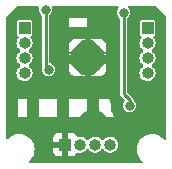
<source format=gbl>
%TF.GenerationSoftware,KiCad,Pcbnew,(6.0.9)*%
%TF.CreationDate,2023-01-19T16:03:38-06:00*%
%TF.ProjectId,LIS3MDL_DRV8833_Board,4c495333-4d44-44c5-9f44-525638383333,rev?*%
%TF.SameCoordinates,Original*%
%TF.FileFunction,Copper,L2,Bot*%
%TF.FilePolarity,Positive*%
%FSLAX46Y46*%
G04 Gerber Fmt 4.6, Leading zero omitted, Abs format (unit mm)*
G04 Created by KiCad (PCBNEW (6.0.9)) date 2023-01-19 16:03:38*
%MOMM*%
%LPD*%
G01*
G04 APERTURE LIST*
%TA.AperFunction,ComponentPad*%
%ADD10R,1.000000X1.000000*%
%TD*%
%TA.AperFunction,ComponentPad*%
%ADD11O,1.000000X1.000000*%
%TD*%
%TA.AperFunction,ComponentPad*%
%ADD12C,0.500000*%
%TD*%
%TA.AperFunction,SMDPad,CuDef*%
%ADD13R,2.100000X2.100000*%
%TD*%
%TA.AperFunction,ViaPad*%
%ADD14C,0.800000*%
%TD*%
%TA.AperFunction,Conductor*%
%ADD15C,0.250000*%
%TD*%
G04 APERTURE END LIST*
D10*
%TO.P,J2,1,Pin_1*%
%TO.N,/AIN1*%
X100838000Y-107734000D03*
D11*
%TO.P,J2,2,Pin_2*%
%TO.N,/AIN2*%
X100838000Y-109004000D03*
%TO.P,J2,3,Pin_3*%
%TO.N,/AOUT1*%
X100838000Y-110274000D03*
%TO.P,J2,4,Pin_4*%
%TO.N,/AOUT2*%
X100838000Y-111544000D03*
%TD*%
D10*
%TO.P,J3,1,Pin_1*%
%TO.N,/BIN1*%
X111252000Y-107734000D03*
D11*
%TO.P,J3,2,Pin_2*%
%TO.N,/BIN2*%
X111252000Y-109004000D03*
%TO.P,J3,3,Pin_3*%
%TO.N,/BOUT1*%
X111252000Y-110274000D03*
%TO.P,J3,4,Pin_4*%
%TO.N,/BOUT2*%
X111252000Y-111544000D03*
%TD*%
D12*
%TO.P,U2,17,GND(PPAD)*%
%TO.N,GND*%
X106972000Y-110236000D03*
X105372000Y-109436000D03*
X105372000Y-110236000D03*
X106172000Y-109436000D03*
X106972000Y-111036000D03*
X106172000Y-110236000D03*
X106172000Y-111036000D03*
X105372000Y-111036000D03*
X106972000Y-109436000D03*
D13*
X106172000Y-110236000D03*
%TD*%
D10*
%TO.P,J1,1,Pin_1*%
%TO.N,GND*%
X104272000Y-117602000D03*
D11*
%TO.P,J1,2,Pin_2*%
%TO.N,/Vin*%
X105542000Y-117602000D03*
%TO.P,J1,3,Pin_3*%
%TO.N,/SDA*%
X106812000Y-117602000D03*
%TO.P,J1,4,Pin_4*%
%TO.N,/SCL*%
X108082000Y-117602000D03*
%TD*%
D14*
%TO.N,GND*%
X109931200Y-115824000D03*
X106650636Y-115996411D03*
%TO.N,/Vin*%
X109728000Y-114300000D03*
X109220000Y-106426000D03*
%TO.N,Net-(R5-Pad2)*%
X102616000Y-106172000D03*
X102870000Y-111252000D03*
%TD*%
D15*
%TO.N,GND*%
X109931200Y-115824000D02*
X106823047Y-115824000D01*
X106823047Y-115824000D02*
X106650636Y-115996411D01*
%TO.N,/Vin*%
X109728000Y-114300000D02*
X109728000Y-113792000D01*
X109728000Y-113792000D02*
X109220000Y-113284000D01*
X109220000Y-113284000D02*
X109220000Y-106426000D01*
%TO.N,Net-(R5-Pad2)*%
X102616000Y-106172000D02*
X102616000Y-110998000D01*
X102616000Y-110998000D02*
X102870000Y-111252000D01*
%TD*%
%TA.AperFunction,Conductor*%
%TO.N,GND*%
G36*
X102010358Y-105859502D02*
G01*
X102056851Y-105913158D01*
X102066955Y-105983432D01*
X102058646Y-106013718D01*
X102055313Y-106021764D01*
X102035534Y-106172000D01*
X102055313Y-106322236D01*
X102113302Y-106462233D01*
X102205549Y-106582451D01*
X102266205Y-106628994D01*
X102308072Y-106686332D01*
X102315500Y-106728956D01*
X102315500Y-110945634D01*
X102315304Y-110948307D01*
X102313575Y-110953342D01*
X102314011Y-110964964D01*
X102314011Y-110964966D01*
X102315411Y-111002255D01*
X102315500Y-111006981D01*
X102315500Y-111025948D01*
X102316382Y-111030683D01*
X102316610Y-111034211D01*
X102317362Y-111054244D01*
X102313158Y-111091582D01*
X102312475Y-111094130D01*
X102309313Y-111101764D01*
X102308235Y-111109952D01*
X102308234Y-111109957D01*
X102291789Y-111234875D01*
X102289534Y-111252000D01*
X102309313Y-111402236D01*
X102367302Y-111542233D01*
X102459549Y-111662451D01*
X102579767Y-111754698D01*
X102719764Y-111812687D01*
X102870000Y-111832466D01*
X102878188Y-111831388D01*
X103012048Y-111813765D01*
X103020236Y-111812687D01*
X103160233Y-111754698D01*
X103280451Y-111662451D01*
X103372698Y-111542233D01*
X103430687Y-111402236D01*
X103450466Y-111252000D01*
X103430687Y-111101764D01*
X103401940Y-111032362D01*
X104609966Y-111032362D01*
X104613400Y-111067387D01*
X104614001Y-111079683D01*
X104614001Y-111330669D01*
X104614371Y-111337490D01*
X104619895Y-111388352D01*
X104623521Y-111403604D01*
X104668676Y-111524054D01*
X104677214Y-111539649D01*
X104753715Y-111641724D01*
X104766276Y-111654285D01*
X104868351Y-111730786D01*
X104883946Y-111739324D01*
X105004394Y-111784478D01*
X105019649Y-111788105D01*
X105070514Y-111793631D01*
X105077328Y-111794000D01*
X105312964Y-111794000D01*
X105329628Y-111795107D01*
X105349043Y-111797697D01*
X105363040Y-111797991D01*
X105401187Y-111794519D01*
X105412607Y-111794000D01*
X105899885Y-111794000D01*
X105915124Y-111789525D01*
X105916329Y-111788135D01*
X105918000Y-111780452D01*
X105918000Y-111775884D01*
X106426000Y-111775884D01*
X106430475Y-111791123D01*
X106431865Y-111792328D01*
X106439548Y-111793999D01*
X106912957Y-111793999D01*
X106929622Y-111795106D01*
X106949044Y-111797698D01*
X106963040Y-111797991D01*
X107001195Y-111794518D01*
X107012615Y-111793999D01*
X107266669Y-111793999D01*
X107273490Y-111793629D01*
X107324352Y-111788105D01*
X107339604Y-111784479D01*
X107460054Y-111739324D01*
X107475649Y-111730786D01*
X107577724Y-111654285D01*
X107590285Y-111641724D01*
X107666786Y-111539649D01*
X107675324Y-111524054D01*
X107720478Y-111403606D01*
X107724105Y-111388351D01*
X107729631Y-111337486D01*
X107730000Y-111330672D01*
X107730000Y-111098124D01*
X107731226Y-111080588D01*
X107733948Y-111061222D01*
X107734554Y-111053338D01*
X107734741Y-111039962D01*
X107734354Y-111032062D01*
X107730785Y-111000240D01*
X107730000Y-110986195D01*
X107730000Y-110508115D01*
X107725525Y-110492876D01*
X107724135Y-110491671D01*
X107716452Y-110490000D01*
X107597668Y-110490000D01*
X107586643Y-110493237D01*
X107589881Y-110500328D01*
X107636458Y-110546905D01*
X107670484Y-110609217D01*
X107665419Y-110680032D01*
X107636458Y-110725095D01*
X106661095Y-111700458D01*
X106598783Y-111734484D01*
X106527968Y-111729419D01*
X106482905Y-111700458D01*
X106438812Y-111656365D01*
X106428723Y-111650856D01*
X106426000Y-111658157D01*
X106426000Y-111775884D01*
X105918000Y-111775884D01*
X105918000Y-111661668D01*
X105914763Y-111650643D01*
X105907672Y-111653881D01*
X105861095Y-111700458D01*
X105798783Y-111734484D01*
X105727968Y-111729419D01*
X105682905Y-111700458D01*
X105019579Y-111037132D01*
X105730751Y-111037132D01*
X105730882Y-111038965D01*
X105735133Y-111045580D01*
X105759188Y-111069635D01*
X105773132Y-111077249D01*
X105774965Y-111077118D01*
X105781580Y-111072867D01*
X105805635Y-111048812D01*
X105812013Y-111037132D01*
X106530751Y-111037132D01*
X106530882Y-111038965D01*
X106535133Y-111045580D01*
X106559188Y-111069635D01*
X106573132Y-111077249D01*
X106574965Y-111077118D01*
X106581580Y-111072867D01*
X106605635Y-111048812D01*
X106613249Y-111034868D01*
X106613118Y-111033035D01*
X106608867Y-111026420D01*
X106584812Y-111002365D01*
X106570868Y-110994751D01*
X106569035Y-110994882D01*
X106562420Y-110999133D01*
X106538365Y-111023188D01*
X106530751Y-111037132D01*
X105812013Y-111037132D01*
X105813249Y-111034868D01*
X105813118Y-111033035D01*
X105808867Y-111026420D01*
X105784812Y-111002365D01*
X105770868Y-110994751D01*
X105769035Y-110994882D01*
X105762420Y-110999133D01*
X105738365Y-111023188D01*
X105730751Y-111037132D01*
X105019579Y-111037132D01*
X104707542Y-110725095D01*
X104673516Y-110662783D01*
X104675351Y-110637132D01*
X105330751Y-110637132D01*
X105330882Y-110638965D01*
X105335133Y-110645580D01*
X105359188Y-110669635D01*
X105373132Y-110677249D01*
X105374965Y-110677118D01*
X105381580Y-110672867D01*
X105405636Y-110648811D01*
X105412013Y-110637132D01*
X106930751Y-110637132D01*
X106930882Y-110638965D01*
X106935133Y-110645580D01*
X106959188Y-110669635D01*
X106973132Y-110677249D01*
X106974965Y-110677118D01*
X106981580Y-110672867D01*
X107005636Y-110648811D01*
X107013249Y-110634868D01*
X107013118Y-110633035D01*
X107008867Y-110626420D01*
X106984812Y-110602365D01*
X106970868Y-110594751D01*
X106969035Y-110594882D01*
X106962420Y-110599133D01*
X106938365Y-110623188D01*
X106930751Y-110637132D01*
X105412013Y-110637132D01*
X105413249Y-110634868D01*
X105413118Y-110633035D01*
X105408867Y-110626420D01*
X105384812Y-110602365D01*
X105370868Y-110594751D01*
X105369035Y-110594882D01*
X105362420Y-110599133D01*
X105338365Y-110623188D01*
X105330751Y-110637132D01*
X104675351Y-110637132D01*
X104678581Y-110591968D01*
X104707542Y-110546905D01*
X104751635Y-110502812D01*
X104757144Y-110492723D01*
X104749843Y-110490000D01*
X104632116Y-110490000D01*
X104616877Y-110494475D01*
X104615672Y-110495865D01*
X104614001Y-110503548D01*
X104614001Y-110980040D01*
X104613007Y-110995833D01*
X104610162Y-111018356D01*
X104609966Y-111032362D01*
X103401940Y-111032362D01*
X103372698Y-110961767D01*
X103280451Y-110841549D01*
X103160233Y-110749302D01*
X103090235Y-110720308D01*
X103027866Y-110694473D01*
X103027863Y-110694472D01*
X103020236Y-110691313D01*
X103012047Y-110690235D01*
X103009890Y-110689657D01*
X102949267Y-110652706D01*
X102918245Y-110588846D01*
X102916500Y-110567950D01*
X102916500Y-109432362D01*
X104609966Y-109432362D01*
X104613399Y-109467378D01*
X104614000Y-109479674D01*
X104614000Y-109963885D01*
X104618475Y-109979124D01*
X104619865Y-109980329D01*
X104627548Y-109982000D01*
X104746332Y-109982000D01*
X104757357Y-109978763D01*
X104754119Y-109971672D01*
X104707542Y-109925095D01*
X104673516Y-109862783D01*
X104675351Y-109837132D01*
X105330751Y-109837132D01*
X105330882Y-109838965D01*
X105335133Y-109845580D01*
X105359188Y-109869635D01*
X105373132Y-109877249D01*
X105374965Y-109877118D01*
X105381580Y-109872867D01*
X105405635Y-109848812D01*
X105412013Y-109837132D01*
X106930751Y-109837132D01*
X106930882Y-109838965D01*
X106935133Y-109845580D01*
X106959188Y-109869635D01*
X106973132Y-109877249D01*
X106974965Y-109877118D01*
X106981580Y-109872867D01*
X107005635Y-109848812D01*
X107013249Y-109834868D01*
X107013118Y-109833035D01*
X107008867Y-109826420D01*
X106984812Y-109802365D01*
X106970868Y-109794751D01*
X106969035Y-109794882D01*
X106962420Y-109799133D01*
X106938365Y-109823188D01*
X106930751Y-109837132D01*
X105412013Y-109837132D01*
X105413249Y-109834868D01*
X105413118Y-109833035D01*
X105408867Y-109826420D01*
X105384812Y-109802365D01*
X105370868Y-109794751D01*
X105369035Y-109794882D01*
X105362420Y-109799133D01*
X105338365Y-109823188D01*
X105330751Y-109837132D01*
X104675351Y-109837132D01*
X104678581Y-109791968D01*
X104707542Y-109746905D01*
X105017315Y-109437132D01*
X105730751Y-109437132D01*
X105730882Y-109438965D01*
X105735133Y-109445580D01*
X105759188Y-109469635D01*
X105773132Y-109477249D01*
X105774965Y-109477118D01*
X105781580Y-109472867D01*
X105805635Y-109448812D01*
X105812013Y-109437132D01*
X106530751Y-109437132D01*
X106530882Y-109438965D01*
X106535133Y-109445580D01*
X106559188Y-109469635D01*
X106573132Y-109477249D01*
X106574965Y-109477118D01*
X106581580Y-109472867D01*
X106605635Y-109448812D01*
X106613249Y-109434868D01*
X106613118Y-109433035D01*
X106608867Y-109426420D01*
X106584812Y-109402365D01*
X106570868Y-109394751D01*
X106569035Y-109394882D01*
X106562420Y-109399133D01*
X106538365Y-109423188D01*
X106530751Y-109437132D01*
X105812013Y-109437132D01*
X105813249Y-109434868D01*
X105813118Y-109433035D01*
X105808867Y-109426420D01*
X105784812Y-109402365D01*
X105770868Y-109394751D01*
X105769035Y-109394882D01*
X105762420Y-109399133D01*
X105738365Y-109423188D01*
X105730751Y-109437132D01*
X105017315Y-109437132D01*
X105682905Y-108771542D01*
X105745217Y-108737516D01*
X105816032Y-108742581D01*
X105861095Y-108771542D01*
X105905188Y-108815635D01*
X105915277Y-108821144D01*
X105918000Y-108813843D01*
X105918000Y-108810332D01*
X106426000Y-108810332D01*
X106429237Y-108821357D01*
X106436328Y-108818119D01*
X106482905Y-108771542D01*
X106545217Y-108737516D01*
X106616032Y-108742581D01*
X106661095Y-108771542D01*
X107636458Y-109746905D01*
X107670484Y-109809217D01*
X107665419Y-109880032D01*
X107636458Y-109925095D01*
X107592365Y-109969188D01*
X107586856Y-109979277D01*
X107594157Y-109982000D01*
X107711884Y-109982000D01*
X107727123Y-109977525D01*
X107728328Y-109976135D01*
X107729999Y-109968452D01*
X107729999Y-109498130D01*
X107731225Y-109480593D01*
X107733948Y-109461219D01*
X107734554Y-109453340D01*
X107734741Y-109439962D01*
X107734354Y-109432062D01*
X107730784Y-109400233D01*
X107729999Y-109386188D01*
X107729999Y-109141331D01*
X107729629Y-109134510D01*
X107724105Y-109083648D01*
X107720479Y-109068396D01*
X107675324Y-108947946D01*
X107666786Y-108932351D01*
X107590285Y-108830276D01*
X107577724Y-108817715D01*
X107475649Y-108741214D01*
X107460054Y-108732676D01*
X107339606Y-108687522D01*
X107324351Y-108683895D01*
X107273486Y-108678369D01*
X107266672Y-108678000D01*
X107024875Y-108678000D01*
X107009957Y-108677114D01*
X106984318Y-108674057D01*
X106970320Y-108673959D01*
X106938437Y-108677310D01*
X106925267Y-108678000D01*
X106444115Y-108678000D01*
X106428876Y-108682475D01*
X106427671Y-108683865D01*
X106426000Y-108691548D01*
X106426000Y-108810332D01*
X105918000Y-108810332D01*
X105918000Y-108696116D01*
X105913525Y-108680877D01*
X105912135Y-108679672D01*
X105904452Y-108678001D01*
X105424883Y-108678001D01*
X105409964Y-108677115D01*
X105384318Y-108674057D01*
X105370321Y-108673959D01*
X105338430Y-108677311D01*
X105325260Y-108678001D01*
X105077331Y-108678001D01*
X105070510Y-108678371D01*
X105019648Y-108683895D01*
X105004396Y-108687521D01*
X104883946Y-108732676D01*
X104868351Y-108741214D01*
X104766276Y-108817715D01*
X104753715Y-108830276D01*
X104677214Y-108932351D01*
X104668676Y-108947946D01*
X104623522Y-109068394D01*
X104619895Y-109083649D01*
X104614369Y-109134514D01*
X104614000Y-109141328D01*
X104614000Y-109380047D01*
X104613007Y-109395839D01*
X104610161Y-109418365D01*
X104609966Y-109432362D01*
X102916500Y-109432362D01*
X102916500Y-107617500D01*
X104567500Y-107617500D01*
X106093500Y-107617500D01*
X106093500Y-106907600D01*
X104567500Y-106907600D01*
X104567500Y-107617500D01*
X102916500Y-107617500D01*
X102916500Y-106728956D01*
X102936502Y-106660835D01*
X102965795Y-106628994D01*
X103026451Y-106582451D01*
X103118698Y-106462233D01*
X103176687Y-106322236D01*
X103196466Y-106172000D01*
X103176687Y-106021764D01*
X103173355Y-106013719D01*
X103173314Y-106013341D01*
X103171389Y-106006156D01*
X103172509Y-106005856D01*
X103165764Y-105943131D01*
X103197542Y-105879644D01*
X103258599Y-105843415D01*
X103289763Y-105839500D01*
X108689134Y-105839500D01*
X108757255Y-105859502D01*
X108803748Y-105913158D01*
X108813852Y-105983432D01*
X108789096Y-106042203D01*
X108717302Y-106135767D01*
X108659313Y-106275764D01*
X108639534Y-106426000D01*
X108659313Y-106576236D01*
X108717302Y-106716233D01*
X108809549Y-106836451D01*
X108870205Y-106882994D01*
X108912072Y-106940332D01*
X108919500Y-106982956D01*
X108919500Y-113231634D01*
X108919304Y-113234307D01*
X108917575Y-113239342D01*
X108918011Y-113250964D01*
X108918011Y-113250966D01*
X108919411Y-113288255D01*
X108919500Y-113292981D01*
X108919500Y-113311948D01*
X108920382Y-113316683D01*
X108920610Y-113320209D01*
X108921774Y-113351208D01*
X108926364Y-113361893D01*
X108927401Y-113366493D01*
X108930962Y-113378214D01*
X108932661Y-113382617D01*
X108934791Y-113394053D01*
X108940895Y-113403955D01*
X108947727Y-113415039D01*
X108956231Y-113431411D01*
X108962451Y-113445888D01*
X108962453Y-113445892D01*
X108965964Y-113454063D01*
X108969978Y-113458949D01*
X108972163Y-113461134D01*
X108974215Y-113463397D01*
X108974055Y-113463542D01*
X108981175Y-113472549D01*
X108987427Y-113479444D01*
X108993532Y-113489348D01*
X109015320Y-113505916D01*
X109028139Y-113517110D01*
X109275464Y-113764435D01*
X109309490Y-113826747D01*
X109304425Y-113897562D01*
X109286335Y-113930227D01*
X109225302Y-114009767D01*
X109167313Y-114149764D01*
X109147534Y-114300000D01*
X109167313Y-114450236D01*
X109225302Y-114590233D01*
X109317549Y-114710451D01*
X109437767Y-114802698D01*
X109577764Y-114860687D01*
X109728000Y-114880466D01*
X109736188Y-114879388D01*
X109870048Y-114861765D01*
X109878236Y-114860687D01*
X110018233Y-114802698D01*
X110138451Y-114710451D01*
X110230698Y-114590233D01*
X110288687Y-114450236D01*
X110308466Y-114300000D01*
X110288687Y-114149764D01*
X110230698Y-114009767D01*
X110138451Y-113889549D01*
X110121625Y-113876638D01*
X110076250Y-113841820D01*
X110034383Y-113784482D01*
X110027043Y-113746584D01*
X110026676Y-113736805D01*
X110026225Y-113724791D01*
X110021632Y-113714100D01*
X110020593Y-113709491D01*
X110017035Y-113697780D01*
X110015339Y-113693384D01*
X110013209Y-113681947D01*
X110000273Y-113660961D01*
X109991762Y-113644576D01*
X109985549Y-113630113D01*
X109985548Y-113630111D01*
X109982036Y-113621937D01*
X109978022Y-113617051D01*
X109975842Y-113614871D01*
X109973785Y-113612603D01*
X109973945Y-113612458D01*
X109966825Y-113603451D01*
X109960573Y-113596556D01*
X109954468Y-113586652D01*
X109932680Y-113570084D01*
X109919861Y-113558890D01*
X109557405Y-113196434D01*
X109523379Y-113134122D01*
X109520500Y-113107339D01*
X109520500Y-111536874D01*
X110571576Y-111536874D01*
X110589518Y-111699384D01*
X110592127Y-111706515D01*
X110592128Y-111706517D01*
X110630981Y-111812687D01*
X110645705Y-111852923D01*
X110649941Y-111859226D01*
X110649941Y-111859227D01*
X110732660Y-111982327D01*
X110732663Y-111982330D01*
X110736894Y-111988627D01*
X110857822Y-112098663D01*
X110886410Y-112114185D01*
X110994829Y-112173052D01*
X110994831Y-112173053D01*
X111001506Y-112176677D01*
X111008855Y-112178605D01*
X111152301Y-112216237D01*
X111152303Y-112216237D01*
X111159651Y-112218165D01*
X111242932Y-112219473D01*
X111315529Y-112220614D01*
X111315532Y-112220614D01*
X111323128Y-112220733D01*
X111330533Y-112219037D01*
X111330534Y-112219037D01*
X111475097Y-112185928D01*
X111482498Y-112184233D01*
X111628561Y-112110770D01*
X111752885Y-112004588D01*
X111764355Y-111988627D01*
X111843861Y-111877983D01*
X111843862Y-111877982D01*
X111848293Y-111871815D01*
X111909275Y-111720116D01*
X111932312Y-111558250D01*
X111932461Y-111544000D01*
X111931935Y-111539649D01*
X111915471Y-111403604D01*
X111912819Y-111381687D01*
X111855027Y-111228745D01*
X111773386Y-111109957D01*
X111766723Y-111100262D01*
X111766722Y-111100261D01*
X111762421Y-111094003D01*
X111756450Y-111088683D01*
X111659632Y-111002421D01*
X111622076Y-110942171D01*
X111623056Y-110871181D01*
X111661619Y-110812536D01*
X111752885Y-110734588D01*
X111759707Y-110725095D01*
X111843861Y-110607983D01*
X111843862Y-110607982D01*
X111848293Y-110601815D01*
X111909275Y-110450116D01*
X111932312Y-110288250D01*
X111932461Y-110274000D01*
X111930688Y-110259343D01*
X111913731Y-110119227D01*
X111912819Y-110111687D01*
X111855027Y-109958745D01*
X111798926Y-109877118D01*
X111766723Y-109830262D01*
X111766722Y-109830261D01*
X111762421Y-109824003D01*
X111756450Y-109818683D01*
X111659632Y-109732421D01*
X111622076Y-109672171D01*
X111623056Y-109601181D01*
X111661619Y-109542536D01*
X111752885Y-109464588D01*
X111764222Y-109448812D01*
X111843861Y-109337983D01*
X111843862Y-109337982D01*
X111848293Y-109331815D01*
X111909275Y-109180116D01*
X111932312Y-109018250D01*
X111932461Y-109004000D01*
X111930688Y-108989343D01*
X111913731Y-108849227D01*
X111912819Y-108841687D01*
X111855027Y-108688745D01*
X111779261Y-108578505D01*
X111757161Y-108511036D01*
X111775046Y-108442329D01*
X111820938Y-108400007D01*
X111820477Y-108399317D01*
X111878528Y-108360528D01*
X111917317Y-108302477D01*
X111927500Y-108251284D01*
X111927500Y-107216716D01*
X111917317Y-107165523D01*
X111878528Y-107107472D01*
X111820477Y-107068683D01*
X111769284Y-107058500D01*
X110734716Y-107058500D01*
X110683523Y-107068683D01*
X110625472Y-107107472D01*
X110586683Y-107165523D01*
X110576500Y-107216716D01*
X110576500Y-108251284D01*
X110586683Y-108302477D01*
X110625472Y-108360528D01*
X110635785Y-108367419D01*
X110683523Y-108399317D01*
X110682291Y-108401160D01*
X110724873Y-108435476D01*
X110747293Y-108502840D01*
X110729734Y-108571631D01*
X110724459Y-108579786D01*
X110656679Y-108676226D01*
X110656676Y-108676231D01*
X110652307Y-108682448D01*
X110592917Y-108834776D01*
X110591926Y-108842303D01*
X110578018Y-108947946D01*
X110571576Y-108996874D01*
X110579472Y-109068394D01*
X110587525Y-109141331D01*
X110589518Y-109159384D01*
X110592127Y-109166515D01*
X110592128Y-109166517D01*
X110597105Y-109180116D01*
X110645705Y-109312923D01*
X110649941Y-109319226D01*
X110649941Y-109319227D01*
X110732660Y-109442327D01*
X110732663Y-109442330D01*
X110736894Y-109448627D01*
X110742507Y-109453735D01*
X110742511Y-109453739D01*
X110844538Y-109546576D01*
X110881461Y-109607216D01*
X110879738Y-109678192D01*
X110842570Y-109734718D01*
X110746319Y-109818683D01*
X110652307Y-109952448D01*
X110592917Y-110104776D01*
X110571576Y-110266874D01*
X110589518Y-110429384D01*
X110592127Y-110436515D01*
X110592128Y-110436517D01*
X110640226Y-110567950D01*
X110645705Y-110582923D01*
X110649941Y-110589226D01*
X110649941Y-110589227D01*
X110732660Y-110712327D01*
X110732663Y-110712330D01*
X110736894Y-110718627D01*
X110742507Y-110723735D01*
X110742511Y-110723739D01*
X110844538Y-110816576D01*
X110881461Y-110877216D01*
X110879738Y-110948192D01*
X110842570Y-111004718D01*
X110746319Y-111088683D01*
X110652307Y-111222448D01*
X110592917Y-111374776D01*
X110591926Y-111382303D01*
X110573264Y-111524054D01*
X110571576Y-111536874D01*
X109520500Y-111536874D01*
X109520500Y-106982956D01*
X109540502Y-106914835D01*
X109569795Y-106882994D01*
X109630451Y-106836451D01*
X109722698Y-106716233D01*
X109780687Y-106576236D01*
X109800466Y-106426000D01*
X109780687Y-106275764D01*
X109722698Y-106135767D01*
X109650904Y-106042203D01*
X109625303Y-105975984D01*
X109639567Y-105906435D01*
X109689169Y-105855639D01*
X109750866Y-105839500D01*
X111725761Y-105839500D01*
X111737373Y-105840818D01*
X111745856Y-105840833D01*
X111759686Y-105844013D01*
X111773041Y-105840992D01*
X111781191Y-105841354D01*
X111850973Y-105847459D01*
X111917090Y-105873323D01*
X111929085Y-105883885D01*
X112810115Y-106764915D01*
X112844141Y-106827227D01*
X112846540Y-106843024D01*
X112852680Y-106913206D01*
X112852997Y-106920597D01*
X112849987Y-106933686D01*
X112853118Y-106947525D01*
X112853105Y-106955225D01*
X112854500Y-106967707D01*
X112854500Y-117061124D01*
X112834498Y-117129245D01*
X112780842Y-117175738D01*
X112710568Y-117185842D01*
X112645988Y-117156348D01*
X112639405Y-117150219D01*
X112497539Y-117008353D01*
X112311134Y-116877832D01*
X112306156Y-116875511D01*
X112306153Y-116875509D01*
X112109878Y-116783984D01*
X112109876Y-116783983D01*
X112104896Y-116781661D01*
X112099588Y-116780239D01*
X112099586Y-116780238D01*
X111890407Y-116724189D01*
X111890405Y-116724189D01*
X111885092Y-116722765D01*
X111786098Y-116714104D01*
X111717908Y-116708138D01*
X111717901Y-116708138D01*
X111715184Y-116707900D01*
X111601616Y-116707900D01*
X111598899Y-116708138D01*
X111598892Y-116708138D01*
X111530702Y-116714104D01*
X111431708Y-116722765D01*
X111426395Y-116724189D01*
X111426393Y-116724189D01*
X111217214Y-116780238D01*
X111217212Y-116780239D01*
X111211904Y-116781661D01*
X111206924Y-116783983D01*
X111206922Y-116783984D01*
X111010647Y-116875509D01*
X111010644Y-116875511D01*
X111005666Y-116877832D01*
X110819261Y-117008353D01*
X110658353Y-117169261D01*
X110527832Y-117355666D01*
X110525511Y-117360644D01*
X110525509Y-117360647D01*
X110513100Y-117387259D01*
X110431661Y-117561904D01*
X110430239Y-117567212D01*
X110430238Y-117567214D01*
X110375742Y-117770597D01*
X110372765Y-117781708D01*
X110352932Y-118008400D01*
X110372765Y-118235092D01*
X110374189Y-118240405D01*
X110374189Y-118240407D01*
X110384459Y-118278733D01*
X110431661Y-118454896D01*
X110433983Y-118459876D01*
X110433984Y-118459878D01*
X110503988Y-118610000D01*
X110527832Y-118661134D01*
X110658353Y-118847539D01*
X110800219Y-118989405D01*
X110834245Y-119051717D01*
X110829180Y-119122532D01*
X110786633Y-119179368D01*
X110720113Y-119204179D01*
X110711124Y-119204500D01*
X101328076Y-119204500D01*
X101259955Y-119184498D01*
X101213462Y-119130842D01*
X101203358Y-119060568D01*
X101232852Y-118995988D01*
X101238981Y-118989405D01*
X101380847Y-118847539D01*
X101511368Y-118661134D01*
X101535213Y-118610000D01*
X101605216Y-118459878D01*
X101605217Y-118459876D01*
X101607539Y-118454896D01*
X101654742Y-118278733D01*
X101665011Y-118240407D01*
X101665011Y-118240405D01*
X101666435Y-118235092D01*
X101674171Y-118146669D01*
X103264001Y-118146669D01*
X103264371Y-118153490D01*
X103269895Y-118204352D01*
X103273521Y-118219604D01*
X103318676Y-118340054D01*
X103327214Y-118355649D01*
X103403715Y-118457724D01*
X103416276Y-118470285D01*
X103518351Y-118546786D01*
X103533946Y-118555324D01*
X103654394Y-118600478D01*
X103669649Y-118604105D01*
X103720514Y-118609631D01*
X103727328Y-118610000D01*
X103999885Y-118610000D01*
X104015124Y-118605525D01*
X104016329Y-118604135D01*
X104018000Y-118596452D01*
X104018000Y-118591884D01*
X104526000Y-118591884D01*
X104530475Y-118607123D01*
X104531865Y-118608328D01*
X104539548Y-118609999D01*
X104816669Y-118609999D01*
X104823490Y-118609629D01*
X104874352Y-118604105D01*
X104889604Y-118600479D01*
X105010054Y-118555324D01*
X105025649Y-118546786D01*
X105127724Y-118470285D01*
X105140285Y-118457724D01*
X105216786Y-118355649D01*
X105225325Y-118340052D01*
X105227288Y-118334816D01*
X105269929Y-118278051D01*
X105336491Y-118253351D01*
X105377240Y-118257169D01*
X105449651Y-118276165D01*
X105532932Y-118277473D01*
X105605529Y-118278614D01*
X105605532Y-118278614D01*
X105613128Y-118278733D01*
X105620533Y-118277037D01*
X105620534Y-118277037D01*
X105765097Y-118243928D01*
X105772498Y-118242233D01*
X105918561Y-118168770D01*
X106042885Y-118062588D01*
X106050684Y-118051735D01*
X106073898Y-118019430D01*
X106129892Y-117975782D01*
X106200596Y-117969336D01*
X106263560Y-118002139D01*
X106280801Y-118022679D01*
X106292659Y-118040325D01*
X106296894Y-118046627D01*
X106417822Y-118156663D01*
X106446410Y-118172185D01*
X106554829Y-118231052D01*
X106554831Y-118231053D01*
X106561506Y-118234677D01*
X106568855Y-118236605D01*
X106712301Y-118274237D01*
X106712303Y-118274237D01*
X106719651Y-118276165D01*
X106802932Y-118277473D01*
X106875529Y-118278614D01*
X106875532Y-118278614D01*
X106883128Y-118278733D01*
X106890533Y-118277037D01*
X106890534Y-118277037D01*
X107035097Y-118243928D01*
X107042498Y-118242233D01*
X107188561Y-118168770D01*
X107312885Y-118062588D01*
X107320684Y-118051735D01*
X107343898Y-118019430D01*
X107399892Y-117975782D01*
X107470596Y-117969336D01*
X107533560Y-118002139D01*
X107550801Y-118022679D01*
X107562659Y-118040325D01*
X107566894Y-118046627D01*
X107687822Y-118156663D01*
X107716410Y-118172185D01*
X107824829Y-118231052D01*
X107824831Y-118231053D01*
X107831506Y-118234677D01*
X107838855Y-118236605D01*
X107982301Y-118274237D01*
X107982303Y-118274237D01*
X107989651Y-118276165D01*
X108072932Y-118277473D01*
X108145529Y-118278614D01*
X108145532Y-118278614D01*
X108153128Y-118278733D01*
X108160533Y-118277037D01*
X108160534Y-118277037D01*
X108305097Y-118243928D01*
X108312498Y-118242233D01*
X108458561Y-118168770D01*
X108582885Y-118062588D01*
X108594355Y-118046627D01*
X108673861Y-117935983D01*
X108673862Y-117935982D01*
X108678293Y-117929815D01*
X108739275Y-117778116D01*
X108762312Y-117616250D01*
X108762461Y-117602000D01*
X108758252Y-117567214D01*
X108754465Y-117535925D01*
X108742819Y-117439687D01*
X108685027Y-117286745D01*
X108592421Y-117152003D01*
X108470348Y-117043240D01*
X108463638Y-117039687D01*
X108332566Y-116970288D01*
X108332564Y-116970287D01*
X108325855Y-116966735D01*
X108249054Y-116947444D01*
X108174655Y-116928756D01*
X108174651Y-116928756D01*
X108167284Y-116926905D01*
X108159685Y-116926865D01*
X108159683Y-116926865D01*
X108091653Y-116926509D01*
X108003790Y-116926049D01*
X107996410Y-116927821D01*
X107996408Y-116927821D01*
X107852189Y-116962444D01*
X107852185Y-116962445D01*
X107844810Y-116964216D01*
X107699524Y-117039204D01*
X107693802Y-117044196D01*
X107693800Y-117044197D01*
X107582044Y-117141688D01*
X107582041Y-117141691D01*
X107576319Y-117146683D01*
X107571952Y-117152896D01*
X107571948Y-117152901D01*
X107550346Y-117183638D01*
X107494812Y-117227870D01*
X107424180Y-117235056D01*
X107360875Y-117202915D01*
X107343422Y-117182559D01*
X107322421Y-117152003D01*
X107200348Y-117043240D01*
X107193638Y-117039687D01*
X107062566Y-116970288D01*
X107062564Y-116970287D01*
X107055855Y-116966735D01*
X106979054Y-116947444D01*
X106904655Y-116928756D01*
X106904651Y-116928756D01*
X106897284Y-116926905D01*
X106889685Y-116926865D01*
X106889683Y-116926865D01*
X106821653Y-116926509D01*
X106733790Y-116926049D01*
X106726410Y-116927821D01*
X106726408Y-116927821D01*
X106582189Y-116962444D01*
X106582185Y-116962445D01*
X106574810Y-116964216D01*
X106429524Y-117039204D01*
X106423802Y-117044196D01*
X106423800Y-117044197D01*
X106312044Y-117141688D01*
X106312041Y-117141691D01*
X106306319Y-117146683D01*
X106301952Y-117152896D01*
X106301948Y-117152901D01*
X106280346Y-117183638D01*
X106224812Y-117227870D01*
X106154180Y-117235056D01*
X106090875Y-117202915D01*
X106073422Y-117182559D01*
X106052421Y-117152003D01*
X105930348Y-117043240D01*
X105923638Y-117039687D01*
X105792566Y-116970288D01*
X105792564Y-116970287D01*
X105785855Y-116966735D01*
X105709054Y-116947444D01*
X105634655Y-116928756D01*
X105634651Y-116928756D01*
X105627284Y-116926905D01*
X105619685Y-116926865D01*
X105619683Y-116926865D01*
X105551653Y-116926509D01*
X105463790Y-116926049D01*
X105456410Y-116927821D01*
X105456408Y-116927821D01*
X105374672Y-116947444D01*
X105303764Y-116943897D01*
X105246030Y-116902577D01*
X105227275Y-116869151D01*
X105225322Y-116863941D01*
X105216790Y-116848356D01*
X105140285Y-116746276D01*
X105127724Y-116733715D01*
X105025649Y-116657214D01*
X105010054Y-116648676D01*
X104889606Y-116603522D01*
X104874351Y-116599895D01*
X104823486Y-116594369D01*
X104816672Y-116594000D01*
X104544115Y-116594000D01*
X104528876Y-116598475D01*
X104527671Y-116599865D01*
X104526000Y-116607548D01*
X104526000Y-118591884D01*
X104018000Y-118591884D01*
X104018000Y-117874115D01*
X104013525Y-117858876D01*
X104012135Y-117857671D01*
X104004452Y-117856000D01*
X103282116Y-117856000D01*
X103266877Y-117860475D01*
X103265672Y-117861865D01*
X103264001Y-117869548D01*
X103264001Y-118146669D01*
X101674171Y-118146669D01*
X101686268Y-118008400D01*
X101666435Y-117781708D01*
X101663458Y-117770597D01*
X101608962Y-117567214D01*
X101608961Y-117567212D01*
X101607539Y-117561904D01*
X101526100Y-117387259D01*
X101513691Y-117360647D01*
X101513689Y-117360644D01*
X101511368Y-117355666D01*
X101493316Y-117329885D01*
X103264000Y-117329885D01*
X103268475Y-117345124D01*
X103269865Y-117346329D01*
X103277548Y-117348000D01*
X103999885Y-117348000D01*
X104015124Y-117343525D01*
X104016329Y-117342135D01*
X104018000Y-117334452D01*
X104018000Y-116612116D01*
X104013525Y-116596877D01*
X104012135Y-116595672D01*
X104004452Y-116594001D01*
X103727331Y-116594001D01*
X103720510Y-116594371D01*
X103669648Y-116599895D01*
X103654396Y-116603521D01*
X103533946Y-116648676D01*
X103518351Y-116657214D01*
X103416276Y-116733715D01*
X103403715Y-116746276D01*
X103327214Y-116848351D01*
X103318676Y-116863946D01*
X103273522Y-116984394D01*
X103269895Y-116999649D01*
X103264369Y-117050514D01*
X103264000Y-117057328D01*
X103264000Y-117329885D01*
X101493316Y-117329885D01*
X101380847Y-117169261D01*
X101219939Y-117008353D01*
X101033534Y-116877832D01*
X101028556Y-116875511D01*
X101028553Y-116875509D01*
X100832278Y-116783984D01*
X100832276Y-116783983D01*
X100827296Y-116781661D01*
X100821988Y-116780239D01*
X100821986Y-116780238D01*
X100612807Y-116724189D01*
X100612805Y-116724189D01*
X100607492Y-116722765D01*
X100508498Y-116714104D01*
X100440308Y-116708138D01*
X100440301Y-116708138D01*
X100437584Y-116707900D01*
X100324016Y-116707900D01*
X100321299Y-116708138D01*
X100321292Y-116708138D01*
X100253102Y-116714104D01*
X100154108Y-116722765D01*
X100148795Y-116724189D01*
X100148793Y-116724189D01*
X99939614Y-116780238D01*
X99939612Y-116780239D01*
X99934304Y-116781661D01*
X99929324Y-116783983D01*
X99929322Y-116783984D01*
X99733047Y-116875509D01*
X99733044Y-116875511D01*
X99728066Y-116877832D01*
X99541661Y-117008353D01*
X99450595Y-117099419D01*
X99388283Y-117133445D01*
X99317468Y-117128380D01*
X99260632Y-117085833D01*
X99235821Y-117019313D01*
X99235500Y-117010324D01*
X99235500Y-115237500D01*
X100303600Y-115237500D01*
X101013500Y-115237500D01*
X102027500Y-115237500D01*
X103553500Y-115237500D01*
X104567500Y-115237500D01*
X105543752Y-115237500D01*
X105612355Y-115139525D01*
X105626473Y-115122701D01*
X105776926Y-114972248D01*
X105793750Y-114958130D01*
X105968043Y-114836088D01*
X105987065Y-114825106D01*
X106093500Y-114775475D01*
X106093500Y-114730136D01*
X107107500Y-114730136D01*
X107121370Y-114735185D01*
X107314208Y-114825106D01*
X107333230Y-114836088D01*
X107507522Y-114958130D01*
X107524346Y-114972248D01*
X107674799Y-115122701D01*
X107688917Y-115139525D01*
X107757520Y-115237500D01*
X108443849Y-115237500D01*
X108420844Y-115207519D01*
X108416041Y-115200817D01*
X108360670Y-115117949D01*
X108356317Y-115110949D01*
X108339870Y-115082463D01*
X108335983Y-115075191D01*
X108291892Y-114985787D01*
X108288488Y-114978275D01*
X108230499Y-114838278D01*
X108227595Y-114830561D01*
X108195554Y-114736169D01*
X108193160Y-114728278D01*
X108184647Y-114696506D01*
X108182775Y-114688477D01*
X108163331Y-114590724D01*
X108161988Y-114582589D01*
X108142209Y-114432353D01*
X108141401Y-114424148D01*
X108134882Y-114324687D01*
X108134612Y-114316446D01*
X108134612Y-114283554D01*
X108134882Y-114275313D01*
X108141401Y-114175852D01*
X108142209Y-114167647D01*
X108156210Y-114061296D01*
X108114942Y-114003152D01*
X108110061Y-113995734D01*
X108091653Y-113965490D01*
X108087307Y-113957748D01*
X108038110Y-113862385D01*
X108034321Y-113854358D01*
X108027194Y-113837770D01*
X108003737Y-113790464D01*
X107999070Y-113779850D01*
X107982460Y-113736805D01*
X107978788Y-113725807D01*
X107974733Y-113711500D01*
X107107500Y-113711500D01*
X107107500Y-114730136D01*
X106093500Y-114730136D01*
X106093500Y-113711500D01*
X104567500Y-113711500D01*
X104567500Y-115237500D01*
X103553500Y-115237500D01*
X103553500Y-113711500D01*
X102027500Y-113711500D01*
X102027500Y-115237500D01*
X101013500Y-115237500D01*
X101013500Y-113711500D01*
X100303600Y-113711500D01*
X100303600Y-115237500D01*
X99235500Y-115237500D01*
X99235500Y-111536874D01*
X100157576Y-111536874D01*
X100175518Y-111699384D01*
X100178127Y-111706515D01*
X100178128Y-111706517D01*
X100216981Y-111812687D01*
X100231705Y-111852923D01*
X100235941Y-111859226D01*
X100235941Y-111859227D01*
X100318660Y-111982327D01*
X100318663Y-111982330D01*
X100322894Y-111988627D01*
X100443822Y-112098663D01*
X100472410Y-112114185D01*
X100580829Y-112173052D01*
X100580831Y-112173053D01*
X100587506Y-112176677D01*
X100594855Y-112178605D01*
X100738301Y-112216237D01*
X100738303Y-112216237D01*
X100745651Y-112218165D01*
X100828932Y-112219473D01*
X100901529Y-112220614D01*
X100901532Y-112220614D01*
X100909128Y-112220733D01*
X100916533Y-112219037D01*
X100916534Y-112219037D01*
X101061097Y-112185928D01*
X101068498Y-112184233D01*
X101214561Y-112110770D01*
X101338885Y-112004588D01*
X101350355Y-111988627D01*
X101429861Y-111877983D01*
X101429862Y-111877982D01*
X101434293Y-111871815D01*
X101495275Y-111720116D01*
X101518312Y-111558250D01*
X101518461Y-111544000D01*
X101517935Y-111539649D01*
X101501471Y-111403604D01*
X101498819Y-111381687D01*
X101441027Y-111228745D01*
X101359386Y-111109957D01*
X101352723Y-111100262D01*
X101352722Y-111100261D01*
X101348421Y-111094003D01*
X101342450Y-111088683D01*
X101245632Y-111002421D01*
X101208076Y-110942171D01*
X101209056Y-110871181D01*
X101247619Y-110812536D01*
X101338885Y-110734588D01*
X101345707Y-110725095D01*
X101429861Y-110607983D01*
X101429862Y-110607982D01*
X101434293Y-110601815D01*
X101495275Y-110450116D01*
X101518312Y-110288250D01*
X101518461Y-110274000D01*
X101516688Y-110259343D01*
X101499731Y-110119227D01*
X101498819Y-110111687D01*
X101441027Y-109958745D01*
X101384926Y-109877118D01*
X101352723Y-109830262D01*
X101352722Y-109830261D01*
X101348421Y-109824003D01*
X101342450Y-109818683D01*
X101245632Y-109732421D01*
X101208076Y-109672171D01*
X101209056Y-109601181D01*
X101247619Y-109542536D01*
X101338885Y-109464588D01*
X101350222Y-109448812D01*
X101429861Y-109337983D01*
X101429862Y-109337982D01*
X101434293Y-109331815D01*
X101495275Y-109180116D01*
X101518312Y-109018250D01*
X101518461Y-109004000D01*
X101516688Y-108989343D01*
X101499731Y-108849227D01*
X101498819Y-108841687D01*
X101441027Y-108688745D01*
X101365261Y-108578505D01*
X101343161Y-108511036D01*
X101361046Y-108442329D01*
X101406938Y-108400007D01*
X101406477Y-108399317D01*
X101464528Y-108360528D01*
X101503317Y-108302477D01*
X101513500Y-108251284D01*
X101513500Y-107216716D01*
X101503317Y-107165523D01*
X101464528Y-107107472D01*
X101406477Y-107068683D01*
X101355284Y-107058500D01*
X100320716Y-107058500D01*
X100269523Y-107068683D01*
X100211472Y-107107472D01*
X100172683Y-107165523D01*
X100162500Y-107216716D01*
X100162500Y-108251284D01*
X100172683Y-108302477D01*
X100211472Y-108360528D01*
X100221785Y-108367419D01*
X100269523Y-108399317D01*
X100268291Y-108401160D01*
X100310873Y-108435476D01*
X100333293Y-108502840D01*
X100315734Y-108571631D01*
X100310459Y-108579786D01*
X100242679Y-108676226D01*
X100242676Y-108676231D01*
X100238307Y-108682448D01*
X100178917Y-108834776D01*
X100177926Y-108842303D01*
X100164018Y-108947946D01*
X100157576Y-108996874D01*
X100165472Y-109068394D01*
X100173525Y-109141331D01*
X100175518Y-109159384D01*
X100178127Y-109166515D01*
X100178128Y-109166517D01*
X100183105Y-109180116D01*
X100231705Y-109312923D01*
X100235941Y-109319226D01*
X100235941Y-109319227D01*
X100318660Y-109442327D01*
X100318663Y-109442330D01*
X100322894Y-109448627D01*
X100328507Y-109453735D01*
X100328511Y-109453739D01*
X100430538Y-109546576D01*
X100467461Y-109607216D01*
X100465738Y-109678192D01*
X100428570Y-109734718D01*
X100332319Y-109818683D01*
X100238307Y-109952448D01*
X100178917Y-110104776D01*
X100157576Y-110266874D01*
X100175518Y-110429384D01*
X100178127Y-110436515D01*
X100178128Y-110436517D01*
X100226226Y-110567950D01*
X100231705Y-110582923D01*
X100235941Y-110589226D01*
X100235941Y-110589227D01*
X100318660Y-110712327D01*
X100318663Y-110712330D01*
X100322894Y-110718627D01*
X100328507Y-110723735D01*
X100328511Y-110723739D01*
X100430538Y-110816576D01*
X100467461Y-110877216D01*
X100465738Y-110948192D01*
X100428570Y-111004718D01*
X100332319Y-111088683D01*
X100238307Y-111222448D01*
X100178917Y-111374776D01*
X100177926Y-111382303D01*
X100159264Y-111524054D01*
X100157576Y-111536874D01*
X99235500Y-111536874D01*
X99235500Y-106968506D01*
X99237768Y-106948682D01*
X99237586Y-106948661D01*
X99238403Y-106941569D01*
X99240012Y-106934628D01*
X99240013Y-106934000D01*
X99238517Y-106927440D01*
X99238220Y-106902905D01*
X99239962Y-106882994D01*
X99242964Y-106848688D01*
X99268826Y-106782572D01*
X99281390Y-106768618D01*
X99285262Y-106764915D01*
X99896567Y-106180188D01*
X100212963Y-105877549D01*
X100276016Y-105844917D01*
X100289071Y-105843082D01*
X100309191Y-105841321D01*
X100316598Y-105841004D01*
X100329686Y-105844013D01*
X100343525Y-105840882D01*
X100351225Y-105840895D01*
X100363707Y-105839500D01*
X101942237Y-105839500D01*
X102010358Y-105859502D01*
G37*
%TD.AperFunction*%
%TD*%
M02*

</source>
